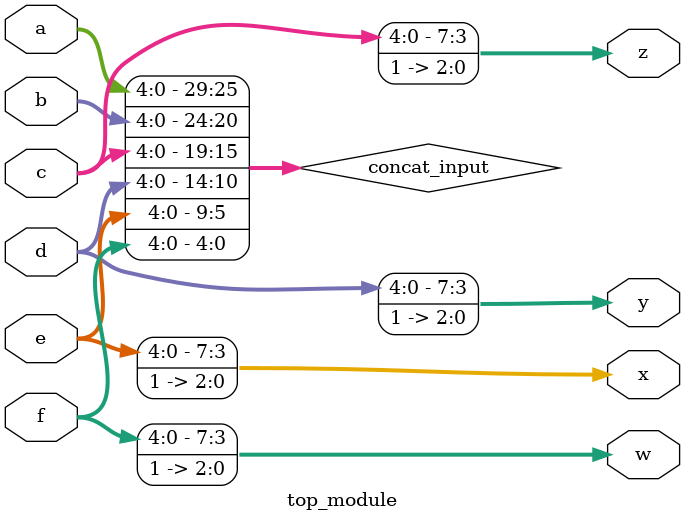
<source format=sv>
module top_module (
    input [4:0] a,
    input [4:0] b,
    input [4:0] c,
    input [4:0] d,
    input [4:0] e,
    input [4:0] f,
    output [7:0] w,
    output [7:0] x,
    output [7:0] y,
    output [7:0] z
);

wire [29:0] concat_input;
assign concat_input = {a, b, c, d, e, f};

assign w = {concat_input[4:0], 3'b111};
assign x = {concat_input[9:5], 3'b111};
assign y = {concat_input[14:10], 3'b111};
assign z = {concat_input[19:15], 3'b111};

endmodule

</source>
